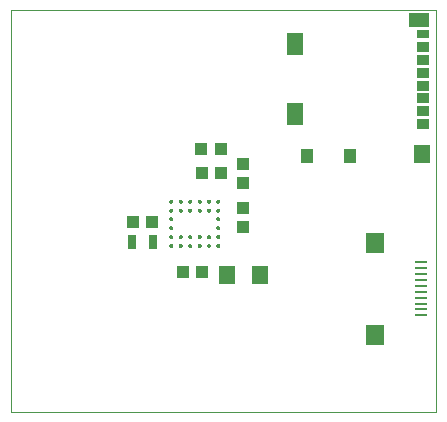
<source format=gbr>
%TF.GenerationSoftware,KiCad,Pcbnew,(5.1.4)-1*%
%TF.CreationDate,2019-10-25T20:45:33-07:00*%
%TF.ProjectId,base,62617365-2e6b-4696-9361-645f70636258,rev?*%
%TF.SameCoordinates,Original*%
%TF.FileFunction,Paste,Bot*%
%TF.FilePolarity,Positive*%
%FSLAX46Y46*%
G04 Gerber Fmt 4.6, Leading zero omitted, Abs format (unit mm)*
G04 Created by KiCad (PCBNEW (5.1.4)-1) date 2019-10-25 20:45:33*
%MOMM*%
%LPD*%
G04 APERTURE LIST*
%ADD10C,0.050000*%
%ADD11R,1.500000X1.700000*%
%ADD12R,1.100000X0.250000*%
%ADD13R,1.000000X1.000000*%
%ADD14R,1.100000X1.000000*%
%ADD15C,0.100000*%
%ADD16C,0.340000*%
%ADD17R,1.400000X1.600000*%
%ADD18R,0.800000X1.200000*%
%ADD19R,1.000000X1.200000*%
%ADD20R,1.350000X1.900000*%
%ADD21R,1.800000X1.170000*%
%ADD22R,1.100000X0.750000*%
%ADD23R,1.100000X0.850000*%
%ADD24R,1.350000X1.550000*%
G04 APERTURE END LIST*
D10*
X166500000Y-93500000D02*
X130500000Y-93500000D01*
X130500000Y-93500000D02*
X130500000Y-127500000D01*
X166500000Y-127500000D02*
X166500000Y-93500000D01*
X130500000Y-127500000D02*
X166500000Y-127500000D01*
D11*
X161350000Y-113200000D03*
X161350000Y-121000000D03*
D12*
X165250000Y-114850000D03*
X165250000Y-115350000D03*
X165250000Y-115850000D03*
X165250000Y-116350000D03*
X165250000Y-116850000D03*
X165250000Y-117350000D03*
X165250000Y-117850000D03*
X165250000Y-118350000D03*
X165250000Y-118850000D03*
X165250000Y-119350000D03*
D13*
X140821400Y-111428900D03*
X142421400Y-111428900D03*
D14*
X146625100Y-105270400D03*
X148325100Y-105270400D03*
D15*
G36*
X144887764Y-112552218D02*
G01*
X144904266Y-112554666D01*
X144920449Y-112558719D01*
X144936157Y-112564339D01*
X144951238Y-112571472D01*
X144965548Y-112580049D01*
X144978948Y-112589987D01*
X144991309Y-112601191D01*
X145002513Y-112613552D01*
X145012451Y-112626952D01*
X145021028Y-112641262D01*
X145028161Y-112656343D01*
X145033781Y-112672051D01*
X145037834Y-112688234D01*
X145040282Y-112704736D01*
X145041101Y-112721399D01*
X145041101Y-112721401D01*
X145040282Y-112738064D01*
X145037834Y-112754566D01*
X145033781Y-112770749D01*
X145028161Y-112786457D01*
X145021028Y-112801538D01*
X145012451Y-112815848D01*
X145002513Y-112829248D01*
X144991309Y-112841609D01*
X144978948Y-112852813D01*
X144965548Y-112862751D01*
X144951238Y-112871328D01*
X144936157Y-112878461D01*
X144920449Y-112884081D01*
X144904266Y-112888134D01*
X144887764Y-112890582D01*
X144871101Y-112891401D01*
X144871099Y-112891401D01*
X144854436Y-112890582D01*
X144837934Y-112888134D01*
X144821751Y-112884081D01*
X144806043Y-112878461D01*
X144790962Y-112871328D01*
X144776652Y-112862751D01*
X144763252Y-112852813D01*
X144750891Y-112841609D01*
X144739687Y-112829248D01*
X144729749Y-112815848D01*
X144721172Y-112801538D01*
X144714039Y-112786457D01*
X144708419Y-112770749D01*
X144704366Y-112754566D01*
X144701918Y-112738064D01*
X144701099Y-112721401D01*
X144701099Y-112721399D01*
X144701918Y-112704736D01*
X144704366Y-112688234D01*
X144708419Y-112672051D01*
X144714039Y-112656343D01*
X144721172Y-112641262D01*
X144729749Y-112626952D01*
X144739687Y-112613552D01*
X144750891Y-112601191D01*
X144763252Y-112589987D01*
X144776652Y-112580049D01*
X144790962Y-112571472D01*
X144806043Y-112564339D01*
X144821751Y-112558719D01*
X144837934Y-112554666D01*
X144854436Y-112552218D01*
X144871099Y-112551399D01*
X144871101Y-112551399D01*
X144887764Y-112552218D01*
X144887764Y-112552218D01*
G37*
D16*
X144871100Y-112721400D03*
D15*
G36*
X145687764Y-112552218D02*
G01*
X145704266Y-112554666D01*
X145720449Y-112558719D01*
X145736157Y-112564339D01*
X145751238Y-112571472D01*
X145765548Y-112580049D01*
X145778948Y-112589987D01*
X145791309Y-112601191D01*
X145802513Y-112613552D01*
X145812451Y-112626952D01*
X145821028Y-112641262D01*
X145828161Y-112656343D01*
X145833781Y-112672051D01*
X145837834Y-112688234D01*
X145840282Y-112704736D01*
X145841101Y-112721399D01*
X145841101Y-112721401D01*
X145840282Y-112738064D01*
X145837834Y-112754566D01*
X145833781Y-112770749D01*
X145828161Y-112786457D01*
X145821028Y-112801538D01*
X145812451Y-112815848D01*
X145802513Y-112829248D01*
X145791309Y-112841609D01*
X145778948Y-112852813D01*
X145765548Y-112862751D01*
X145751238Y-112871328D01*
X145736157Y-112878461D01*
X145720449Y-112884081D01*
X145704266Y-112888134D01*
X145687764Y-112890582D01*
X145671101Y-112891401D01*
X145671099Y-112891401D01*
X145654436Y-112890582D01*
X145637934Y-112888134D01*
X145621751Y-112884081D01*
X145606043Y-112878461D01*
X145590962Y-112871328D01*
X145576652Y-112862751D01*
X145563252Y-112852813D01*
X145550891Y-112841609D01*
X145539687Y-112829248D01*
X145529749Y-112815848D01*
X145521172Y-112801538D01*
X145514039Y-112786457D01*
X145508419Y-112770749D01*
X145504366Y-112754566D01*
X145501918Y-112738064D01*
X145501099Y-112721401D01*
X145501099Y-112721399D01*
X145501918Y-112704736D01*
X145504366Y-112688234D01*
X145508419Y-112672051D01*
X145514039Y-112656343D01*
X145521172Y-112641262D01*
X145529749Y-112626952D01*
X145539687Y-112613552D01*
X145550891Y-112601191D01*
X145563252Y-112589987D01*
X145576652Y-112580049D01*
X145590962Y-112571472D01*
X145606043Y-112564339D01*
X145621751Y-112558719D01*
X145637934Y-112554666D01*
X145654436Y-112552218D01*
X145671099Y-112551399D01*
X145671101Y-112551399D01*
X145687764Y-112552218D01*
X145687764Y-112552218D01*
G37*
D16*
X145671100Y-112721400D03*
D15*
G36*
X146487764Y-112552218D02*
G01*
X146504266Y-112554666D01*
X146520449Y-112558719D01*
X146536157Y-112564339D01*
X146551238Y-112571472D01*
X146565548Y-112580049D01*
X146578948Y-112589987D01*
X146591309Y-112601191D01*
X146602513Y-112613552D01*
X146612451Y-112626952D01*
X146621028Y-112641262D01*
X146628161Y-112656343D01*
X146633781Y-112672051D01*
X146637834Y-112688234D01*
X146640282Y-112704736D01*
X146641101Y-112721399D01*
X146641101Y-112721401D01*
X146640282Y-112738064D01*
X146637834Y-112754566D01*
X146633781Y-112770749D01*
X146628161Y-112786457D01*
X146621028Y-112801538D01*
X146612451Y-112815848D01*
X146602513Y-112829248D01*
X146591309Y-112841609D01*
X146578948Y-112852813D01*
X146565548Y-112862751D01*
X146551238Y-112871328D01*
X146536157Y-112878461D01*
X146520449Y-112884081D01*
X146504266Y-112888134D01*
X146487764Y-112890582D01*
X146471101Y-112891401D01*
X146471099Y-112891401D01*
X146454436Y-112890582D01*
X146437934Y-112888134D01*
X146421751Y-112884081D01*
X146406043Y-112878461D01*
X146390962Y-112871328D01*
X146376652Y-112862751D01*
X146363252Y-112852813D01*
X146350891Y-112841609D01*
X146339687Y-112829248D01*
X146329749Y-112815848D01*
X146321172Y-112801538D01*
X146314039Y-112786457D01*
X146308419Y-112770749D01*
X146304366Y-112754566D01*
X146301918Y-112738064D01*
X146301099Y-112721401D01*
X146301099Y-112721399D01*
X146301918Y-112704736D01*
X146304366Y-112688234D01*
X146308419Y-112672051D01*
X146314039Y-112656343D01*
X146321172Y-112641262D01*
X146329749Y-112626952D01*
X146339687Y-112613552D01*
X146350891Y-112601191D01*
X146363252Y-112589987D01*
X146376652Y-112580049D01*
X146390962Y-112571472D01*
X146406043Y-112564339D01*
X146421751Y-112558719D01*
X146437934Y-112554666D01*
X146454436Y-112552218D01*
X146471099Y-112551399D01*
X146471101Y-112551399D01*
X146487764Y-112552218D01*
X146487764Y-112552218D01*
G37*
D16*
X146471100Y-112721400D03*
D15*
G36*
X147287764Y-112552218D02*
G01*
X147304266Y-112554666D01*
X147320449Y-112558719D01*
X147336157Y-112564339D01*
X147351238Y-112571472D01*
X147365548Y-112580049D01*
X147378948Y-112589987D01*
X147391309Y-112601191D01*
X147402513Y-112613552D01*
X147412451Y-112626952D01*
X147421028Y-112641262D01*
X147428161Y-112656343D01*
X147433781Y-112672051D01*
X147437834Y-112688234D01*
X147440282Y-112704736D01*
X147441101Y-112721399D01*
X147441101Y-112721401D01*
X147440282Y-112738064D01*
X147437834Y-112754566D01*
X147433781Y-112770749D01*
X147428161Y-112786457D01*
X147421028Y-112801538D01*
X147412451Y-112815848D01*
X147402513Y-112829248D01*
X147391309Y-112841609D01*
X147378948Y-112852813D01*
X147365548Y-112862751D01*
X147351238Y-112871328D01*
X147336157Y-112878461D01*
X147320449Y-112884081D01*
X147304266Y-112888134D01*
X147287764Y-112890582D01*
X147271101Y-112891401D01*
X147271099Y-112891401D01*
X147254436Y-112890582D01*
X147237934Y-112888134D01*
X147221751Y-112884081D01*
X147206043Y-112878461D01*
X147190962Y-112871328D01*
X147176652Y-112862751D01*
X147163252Y-112852813D01*
X147150891Y-112841609D01*
X147139687Y-112829248D01*
X147129749Y-112815848D01*
X147121172Y-112801538D01*
X147114039Y-112786457D01*
X147108419Y-112770749D01*
X147104366Y-112754566D01*
X147101918Y-112738064D01*
X147101099Y-112721401D01*
X147101099Y-112721399D01*
X147101918Y-112704736D01*
X147104366Y-112688234D01*
X147108419Y-112672051D01*
X147114039Y-112656343D01*
X147121172Y-112641262D01*
X147129749Y-112626952D01*
X147139687Y-112613552D01*
X147150891Y-112601191D01*
X147163252Y-112589987D01*
X147176652Y-112580049D01*
X147190962Y-112571472D01*
X147206043Y-112564339D01*
X147221751Y-112558719D01*
X147237934Y-112554666D01*
X147254436Y-112552218D01*
X147271099Y-112551399D01*
X147271101Y-112551399D01*
X147287764Y-112552218D01*
X147287764Y-112552218D01*
G37*
D16*
X147271100Y-112721400D03*
D15*
G36*
X144087764Y-113302218D02*
G01*
X144104266Y-113304666D01*
X144120449Y-113308719D01*
X144136157Y-113314339D01*
X144151238Y-113321472D01*
X144165548Y-113330049D01*
X144178948Y-113339987D01*
X144191309Y-113351191D01*
X144202513Y-113363552D01*
X144212451Y-113376952D01*
X144221028Y-113391262D01*
X144228161Y-113406343D01*
X144233781Y-113422051D01*
X144237834Y-113438234D01*
X144240282Y-113454736D01*
X144241101Y-113471399D01*
X144241101Y-113471401D01*
X144240282Y-113488064D01*
X144237834Y-113504566D01*
X144233781Y-113520749D01*
X144228161Y-113536457D01*
X144221028Y-113551538D01*
X144212451Y-113565848D01*
X144202513Y-113579248D01*
X144191309Y-113591609D01*
X144178948Y-113602813D01*
X144165548Y-113612751D01*
X144151238Y-113621328D01*
X144136157Y-113628461D01*
X144120449Y-113634081D01*
X144104266Y-113638134D01*
X144087764Y-113640582D01*
X144071101Y-113641401D01*
X144071099Y-113641401D01*
X144054436Y-113640582D01*
X144037934Y-113638134D01*
X144021751Y-113634081D01*
X144006043Y-113628461D01*
X143990962Y-113621328D01*
X143976652Y-113612751D01*
X143963252Y-113602813D01*
X143950891Y-113591609D01*
X143939687Y-113579248D01*
X143929749Y-113565848D01*
X143921172Y-113551538D01*
X143914039Y-113536457D01*
X143908419Y-113520749D01*
X143904366Y-113504566D01*
X143901918Y-113488064D01*
X143901099Y-113471401D01*
X143901099Y-113471399D01*
X143901918Y-113454736D01*
X143904366Y-113438234D01*
X143908419Y-113422051D01*
X143914039Y-113406343D01*
X143921172Y-113391262D01*
X143929749Y-113376952D01*
X143939687Y-113363552D01*
X143950891Y-113351191D01*
X143963252Y-113339987D01*
X143976652Y-113330049D01*
X143990962Y-113321472D01*
X144006043Y-113314339D01*
X144021751Y-113308719D01*
X144037934Y-113304666D01*
X144054436Y-113302218D01*
X144071099Y-113301399D01*
X144071101Y-113301399D01*
X144087764Y-113302218D01*
X144087764Y-113302218D01*
G37*
D16*
X144071100Y-113471400D03*
D15*
G36*
X144087764Y-112552218D02*
G01*
X144104266Y-112554666D01*
X144120449Y-112558719D01*
X144136157Y-112564339D01*
X144151238Y-112571472D01*
X144165548Y-112580049D01*
X144178948Y-112589987D01*
X144191309Y-112601191D01*
X144202513Y-112613552D01*
X144212451Y-112626952D01*
X144221028Y-112641262D01*
X144228161Y-112656343D01*
X144233781Y-112672051D01*
X144237834Y-112688234D01*
X144240282Y-112704736D01*
X144241101Y-112721399D01*
X144241101Y-112721401D01*
X144240282Y-112738064D01*
X144237834Y-112754566D01*
X144233781Y-112770749D01*
X144228161Y-112786457D01*
X144221028Y-112801538D01*
X144212451Y-112815848D01*
X144202513Y-112829248D01*
X144191309Y-112841609D01*
X144178948Y-112852813D01*
X144165548Y-112862751D01*
X144151238Y-112871328D01*
X144136157Y-112878461D01*
X144120449Y-112884081D01*
X144104266Y-112888134D01*
X144087764Y-112890582D01*
X144071101Y-112891401D01*
X144071099Y-112891401D01*
X144054436Y-112890582D01*
X144037934Y-112888134D01*
X144021751Y-112884081D01*
X144006043Y-112878461D01*
X143990962Y-112871328D01*
X143976652Y-112862751D01*
X143963252Y-112852813D01*
X143950891Y-112841609D01*
X143939687Y-112829248D01*
X143929749Y-112815848D01*
X143921172Y-112801538D01*
X143914039Y-112786457D01*
X143908419Y-112770749D01*
X143904366Y-112754566D01*
X143901918Y-112738064D01*
X143901099Y-112721401D01*
X143901099Y-112721399D01*
X143901918Y-112704736D01*
X143904366Y-112688234D01*
X143908419Y-112672051D01*
X143914039Y-112656343D01*
X143921172Y-112641262D01*
X143929749Y-112626952D01*
X143939687Y-112613552D01*
X143950891Y-112601191D01*
X143963252Y-112589987D01*
X143976652Y-112580049D01*
X143990962Y-112571472D01*
X144006043Y-112564339D01*
X144021751Y-112558719D01*
X144037934Y-112554666D01*
X144054436Y-112552218D01*
X144071099Y-112551399D01*
X144071101Y-112551399D01*
X144087764Y-112552218D01*
X144087764Y-112552218D01*
G37*
D16*
X144071100Y-112721400D03*
D15*
G36*
X144087764Y-111802218D02*
G01*
X144104266Y-111804666D01*
X144120449Y-111808719D01*
X144136157Y-111814339D01*
X144151238Y-111821472D01*
X144165548Y-111830049D01*
X144178948Y-111839987D01*
X144191309Y-111851191D01*
X144202513Y-111863552D01*
X144212451Y-111876952D01*
X144221028Y-111891262D01*
X144228161Y-111906343D01*
X144233781Y-111922051D01*
X144237834Y-111938234D01*
X144240282Y-111954736D01*
X144241101Y-111971399D01*
X144241101Y-111971401D01*
X144240282Y-111988064D01*
X144237834Y-112004566D01*
X144233781Y-112020749D01*
X144228161Y-112036457D01*
X144221028Y-112051538D01*
X144212451Y-112065848D01*
X144202513Y-112079248D01*
X144191309Y-112091609D01*
X144178948Y-112102813D01*
X144165548Y-112112751D01*
X144151238Y-112121328D01*
X144136157Y-112128461D01*
X144120449Y-112134081D01*
X144104266Y-112138134D01*
X144087764Y-112140582D01*
X144071101Y-112141401D01*
X144071099Y-112141401D01*
X144054436Y-112140582D01*
X144037934Y-112138134D01*
X144021751Y-112134081D01*
X144006043Y-112128461D01*
X143990962Y-112121328D01*
X143976652Y-112112751D01*
X143963252Y-112102813D01*
X143950891Y-112091609D01*
X143939687Y-112079248D01*
X143929749Y-112065848D01*
X143921172Y-112051538D01*
X143914039Y-112036457D01*
X143908419Y-112020749D01*
X143904366Y-112004566D01*
X143901918Y-111988064D01*
X143901099Y-111971401D01*
X143901099Y-111971399D01*
X143901918Y-111954736D01*
X143904366Y-111938234D01*
X143908419Y-111922051D01*
X143914039Y-111906343D01*
X143921172Y-111891262D01*
X143929749Y-111876952D01*
X143939687Y-111863552D01*
X143950891Y-111851191D01*
X143963252Y-111839987D01*
X143976652Y-111830049D01*
X143990962Y-111821472D01*
X144006043Y-111814339D01*
X144021751Y-111808719D01*
X144037934Y-111804666D01*
X144054436Y-111802218D01*
X144071099Y-111801399D01*
X144071101Y-111801399D01*
X144087764Y-111802218D01*
X144087764Y-111802218D01*
G37*
D16*
X144071100Y-111971400D03*
D15*
G36*
X144087764Y-111052218D02*
G01*
X144104266Y-111054666D01*
X144120449Y-111058719D01*
X144136157Y-111064339D01*
X144151238Y-111071472D01*
X144165548Y-111080049D01*
X144178948Y-111089987D01*
X144191309Y-111101191D01*
X144202513Y-111113552D01*
X144212451Y-111126952D01*
X144221028Y-111141262D01*
X144228161Y-111156343D01*
X144233781Y-111172051D01*
X144237834Y-111188234D01*
X144240282Y-111204736D01*
X144241101Y-111221399D01*
X144241101Y-111221401D01*
X144240282Y-111238064D01*
X144237834Y-111254566D01*
X144233781Y-111270749D01*
X144228161Y-111286457D01*
X144221028Y-111301538D01*
X144212451Y-111315848D01*
X144202513Y-111329248D01*
X144191309Y-111341609D01*
X144178948Y-111352813D01*
X144165548Y-111362751D01*
X144151238Y-111371328D01*
X144136157Y-111378461D01*
X144120449Y-111384081D01*
X144104266Y-111388134D01*
X144087764Y-111390582D01*
X144071101Y-111391401D01*
X144071099Y-111391401D01*
X144054436Y-111390582D01*
X144037934Y-111388134D01*
X144021751Y-111384081D01*
X144006043Y-111378461D01*
X143990962Y-111371328D01*
X143976652Y-111362751D01*
X143963252Y-111352813D01*
X143950891Y-111341609D01*
X143939687Y-111329248D01*
X143929749Y-111315848D01*
X143921172Y-111301538D01*
X143914039Y-111286457D01*
X143908419Y-111270749D01*
X143904366Y-111254566D01*
X143901918Y-111238064D01*
X143901099Y-111221401D01*
X143901099Y-111221399D01*
X143901918Y-111204736D01*
X143904366Y-111188234D01*
X143908419Y-111172051D01*
X143914039Y-111156343D01*
X143921172Y-111141262D01*
X143929749Y-111126952D01*
X143939687Y-111113552D01*
X143950891Y-111101191D01*
X143963252Y-111089987D01*
X143976652Y-111080049D01*
X143990962Y-111071472D01*
X144006043Y-111064339D01*
X144021751Y-111058719D01*
X144037934Y-111054666D01*
X144054436Y-111052218D01*
X144071099Y-111051399D01*
X144071101Y-111051399D01*
X144087764Y-111052218D01*
X144087764Y-111052218D01*
G37*
D16*
X144071100Y-111221400D03*
D15*
G36*
X144887764Y-113302218D02*
G01*
X144904266Y-113304666D01*
X144920449Y-113308719D01*
X144936157Y-113314339D01*
X144951238Y-113321472D01*
X144965548Y-113330049D01*
X144978948Y-113339987D01*
X144991309Y-113351191D01*
X145002513Y-113363552D01*
X145012451Y-113376952D01*
X145021028Y-113391262D01*
X145028161Y-113406343D01*
X145033781Y-113422051D01*
X145037834Y-113438234D01*
X145040282Y-113454736D01*
X145041101Y-113471399D01*
X145041101Y-113471401D01*
X145040282Y-113488064D01*
X145037834Y-113504566D01*
X145033781Y-113520749D01*
X145028161Y-113536457D01*
X145021028Y-113551538D01*
X145012451Y-113565848D01*
X145002513Y-113579248D01*
X144991309Y-113591609D01*
X144978948Y-113602813D01*
X144965548Y-113612751D01*
X144951238Y-113621328D01*
X144936157Y-113628461D01*
X144920449Y-113634081D01*
X144904266Y-113638134D01*
X144887764Y-113640582D01*
X144871101Y-113641401D01*
X144871099Y-113641401D01*
X144854436Y-113640582D01*
X144837934Y-113638134D01*
X144821751Y-113634081D01*
X144806043Y-113628461D01*
X144790962Y-113621328D01*
X144776652Y-113612751D01*
X144763252Y-113602813D01*
X144750891Y-113591609D01*
X144739687Y-113579248D01*
X144729749Y-113565848D01*
X144721172Y-113551538D01*
X144714039Y-113536457D01*
X144708419Y-113520749D01*
X144704366Y-113504566D01*
X144701918Y-113488064D01*
X144701099Y-113471401D01*
X144701099Y-113471399D01*
X144701918Y-113454736D01*
X144704366Y-113438234D01*
X144708419Y-113422051D01*
X144714039Y-113406343D01*
X144721172Y-113391262D01*
X144729749Y-113376952D01*
X144739687Y-113363552D01*
X144750891Y-113351191D01*
X144763252Y-113339987D01*
X144776652Y-113330049D01*
X144790962Y-113321472D01*
X144806043Y-113314339D01*
X144821751Y-113308719D01*
X144837934Y-113304666D01*
X144854436Y-113302218D01*
X144871099Y-113301399D01*
X144871101Y-113301399D01*
X144887764Y-113302218D01*
X144887764Y-113302218D01*
G37*
D16*
X144871100Y-113471400D03*
D15*
G36*
X145687764Y-113302218D02*
G01*
X145704266Y-113304666D01*
X145720449Y-113308719D01*
X145736157Y-113314339D01*
X145751238Y-113321472D01*
X145765548Y-113330049D01*
X145778948Y-113339987D01*
X145791309Y-113351191D01*
X145802513Y-113363552D01*
X145812451Y-113376952D01*
X145821028Y-113391262D01*
X145828161Y-113406343D01*
X145833781Y-113422051D01*
X145837834Y-113438234D01*
X145840282Y-113454736D01*
X145841101Y-113471399D01*
X145841101Y-113471401D01*
X145840282Y-113488064D01*
X145837834Y-113504566D01*
X145833781Y-113520749D01*
X145828161Y-113536457D01*
X145821028Y-113551538D01*
X145812451Y-113565848D01*
X145802513Y-113579248D01*
X145791309Y-113591609D01*
X145778948Y-113602813D01*
X145765548Y-113612751D01*
X145751238Y-113621328D01*
X145736157Y-113628461D01*
X145720449Y-113634081D01*
X145704266Y-113638134D01*
X145687764Y-113640582D01*
X145671101Y-113641401D01*
X145671099Y-113641401D01*
X145654436Y-113640582D01*
X145637934Y-113638134D01*
X145621751Y-113634081D01*
X145606043Y-113628461D01*
X145590962Y-113621328D01*
X145576652Y-113612751D01*
X145563252Y-113602813D01*
X145550891Y-113591609D01*
X145539687Y-113579248D01*
X145529749Y-113565848D01*
X145521172Y-113551538D01*
X145514039Y-113536457D01*
X145508419Y-113520749D01*
X145504366Y-113504566D01*
X145501918Y-113488064D01*
X145501099Y-113471401D01*
X145501099Y-113471399D01*
X145501918Y-113454736D01*
X145504366Y-113438234D01*
X145508419Y-113422051D01*
X145514039Y-113406343D01*
X145521172Y-113391262D01*
X145529749Y-113376952D01*
X145539687Y-113363552D01*
X145550891Y-113351191D01*
X145563252Y-113339987D01*
X145576652Y-113330049D01*
X145590962Y-113321472D01*
X145606043Y-113314339D01*
X145621751Y-113308719D01*
X145637934Y-113304666D01*
X145654436Y-113302218D01*
X145671099Y-113301399D01*
X145671101Y-113301399D01*
X145687764Y-113302218D01*
X145687764Y-113302218D01*
G37*
D16*
X145671100Y-113471400D03*
D15*
G36*
X146487764Y-113302218D02*
G01*
X146504266Y-113304666D01*
X146520449Y-113308719D01*
X146536157Y-113314339D01*
X146551238Y-113321472D01*
X146565548Y-113330049D01*
X146578948Y-113339987D01*
X146591309Y-113351191D01*
X146602513Y-113363552D01*
X146612451Y-113376952D01*
X146621028Y-113391262D01*
X146628161Y-113406343D01*
X146633781Y-113422051D01*
X146637834Y-113438234D01*
X146640282Y-113454736D01*
X146641101Y-113471399D01*
X146641101Y-113471401D01*
X146640282Y-113488064D01*
X146637834Y-113504566D01*
X146633781Y-113520749D01*
X146628161Y-113536457D01*
X146621028Y-113551538D01*
X146612451Y-113565848D01*
X146602513Y-113579248D01*
X146591309Y-113591609D01*
X146578948Y-113602813D01*
X146565548Y-113612751D01*
X146551238Y-113621328D01*
X146536157Y-113628461D01*
X146520449Y-113634081D01*
X146504266Y-113638134D01*
X146487764Y-113640582D01*
X146471101Y-113641401D01*
X146471099Y-113641401D01*
X146454436Y-113640582D01*
X146437934Y-113638134D01*
X146421751Y-113634081D01*
X146406043Y-113628461D01*
X146390962Y-113621328D01*
X146376652Y-113612751D01*
X146363252Y-113602813D01*
X146350891Y-113591609D01*
X146339687Y-113579248D01*
X146329749Y-113565848D01*
X146321172Y-113551538D01*
X146314039Y-113536457D01*
X146308419Y-113520749D01*
X146304366Y-113504566D01*
X146301918Y-113488064D01*
X146301099Y-113471401D01*
X146301099Y-113471399D01*
X146301918Y-113454736D01*
X146304366Y-113438234D01*
X146308419Y-113422051D01*
X146314039Y-113406343D01*
X146321172Y-113391262D01*
X146329749Y-113376952D01*
X146339687Y-113363552D01*
X146350891Y-113351191D01*
X146363252Y-113339987D01*
X146376652Y-113330049D01*
X146390962Y-113321472D01*
X146406043Y-113314339D01*
X146421751Y-113308719D01*
X146437934Y-113304666D01*
X146454436Y-113302218D01*
X146471099Y-113301399D01*
X146471101Y-113301399D01*
X146487764Y-113302218D01*
X146487764Y-113302218D01*
G37*
D16*
X146471100Y-113471400D03*
D15*
G36*
X147287764Y-113302218D02*
G01*
X147304266Y-113304666D01*
X147320449Y-113308719D01*
X147336157Y-113314339D01*
X147351238Y-113321472D01*
X147365548Y-113330049D01*
X147378948Y-113339987D01*
X147391309Y-113351191D01*
X147402513Y-113363552D01*
X147412451Y-113376952D01*
X147421028Y-113391262D01*
X147428161Y-113406343D01*
X147433781Y-113422051D01*
X147437834Y-113438234D01*
X147440282Y-113454736D01*
X147441101Y-113471399D01*
X147441101Y-113471401D01*
X147440282Y-113488064D01*
X147437834Y-113504566D01*
X147433781Y-113520749D01*
X147428161Y-113536457D01*
X147421028Y-113551538D01*
X147412451Y-113565848D01*
X147402513Y-113579248D01*
X147391309Y-113591609D01*
X147378948Y-113602813D01*
X147365548Y-113612751D01*
X147351238Y-113621328D01*
X147336157Y-113628461D01*
X147320449Y-113634081D01*
X147304266Y-113638134D01*
X147287764Y-113640582D01*
X147271101Y-113641401D01*
X147271099Y-113641401D01*
X147254436Y-113640582D01*
X147237934Y-113638134D01*
X147221751Y-113634081D01*
X147206043Y-113628461D01*
X147190962Y-113621328D01*
X147176652Y-113612751D01*
X147163252Y-113602813D01*
X147150891Y-113591609D01*
X147139687Y-113579248D01*
X147129749Y-113565848D01*
X147121172Y-113551538D01*
X147114039Y-113536457D01*
X147108419Y-113520749D01*
X147104366Y-113504566D01*
X147101918Y-113488064D01*
X147101099Y-113471401D01*
X147101099Y-113471399D01*
X147101918Y-113454736D01*
X147104366Y-113438234D01*
X147108419Y-113422051D01*
X147114039Y-113406343D01*
X147121172Y-113391262D01*
X147129749Y-113376952D01*
X147139687Y-113363552D01*
X147150891Y-113351191D01*
X147163252Y-113339987D01*
X147176652Y-113330049D01*
X147190962Y-113321472D01*
X147206043Y-113314339D01*
X147221751Y-113308719D01*
X147237934Y-113304666D01*
X147254436Y-113302218D01*
X147271099Y-113301399D01*
X147271101Y-113301399D01*
X147287764Y-113302218D01*
X147287764Y-113302218D01*
G37*
D16*
X147271100Y-113471400D03*
D15*
G36*
X148087764Y-111802218D02*
G01*
X148104266Y-111804666D01*
X148120449Y-111808719D01*
X148136157Y-111814339D01*
X148151238Y-111821472D01*
X148165548Y-111830049D01*
X148178948Y-111839987D01*
X148191309Y-111851191D01*
X148202513Y-111863552D01*
X148212451Y-111876952D01*
X148221028Y-111891262D01*
X148228161Y-111906343D01*
X148233781Y-111922051D01*
X148237834Y-111938234D01*
X148240282Y-111954736D01*
X148241101Y-111971399D01*
X148241101Y-111971401D01*
X148240282Y-111988064D01*
X148237834Y-112004566D01*
X148233781Y-112020749D01*
X148228161Y-112036457D01*
X148221028Y-112051538D01*
X148212451Y-112065848D01*
X148202513Y-112079248D01*
X148191309Y-112091609D01*
X148178948Y-112102813D01*
X148165548Y-112112751D01*
X148151238Y-112121328D01*
X148136157Y-112128461D01*
X148120449Y-112134081D01*
X148104266Y-112138134D01*
X148087764Y-112140582D01*
X148071101Y-112141401D01*
X148071099Y-112141401D01*
X148054436Y-112140582D01*
X148037934Y-112138134D01*
X148021751Y-112134081D01*
X148006043Y-112128461D01*
X147990962Y-112121328D01*
X147976652Y-112112751D01*
X147963252Y-112102813D01*
X147950891Y-112091609D01*
X147939687Y-112079248D01*
X147929749Y-112065848D01*
X147921172Y-112051538D01*
X147914039Y-112036457D01*
X147908419Y-112020749D01*
X147904366Y-112004566D01*
X147901918Y-111988064D01*
X147901099Y-111971401D01*
X147901099Y-111971399D01*
X147901918Y-111954736D01*
X147904366Y-111938234D01*
X147908419Y-111922051D01*
X147914039Y-111906343D01*
X147921172Y-111891262D01*
X147929749Y-111876952D01*
X147939687Y-111863552D01*
X147950891Y-111851191D01*
X147963252Y-111839987D01*
X147976652Y-111830049D01*
X147990962Y-111821472D01*
X148006043Y-111814339D01*
X148021751Y-111808719D01*
X148037934Y-111804666D01*
X148054436Y-111802218D01*
X148071099Y-111801399D01*
X148071101Y-111801399D01*
X148087764Y-111802218D01*
X148087764Y-111802218D01*
G37*
D16*
X148071100Y-111971400D03*
D15*
G36*
X148087764Y-113302218D02*
G01*
X148104266Y-113304666D01*
X148120449Y-113308719D01*
X148136157Y-113314339D01*
X148151238Y-113321472D01*
X148165548Y-113330049D01*
X148178948Y-113339987D01*
X148191309Y-113351191D01*
X148202513Y-113363552D01*
X148212451Y-113376952D01*
X148221028Y-113391262D01*
X148228161Y-113406343D01*
X148233781Y-113422051D01*
X148237834Y-113438234D01*
X148240282Y-113454736D01*
X148241101Y-113471399D01*
X148241101Y-113471401D01*
X148240282Y-113488064D01*
X148237834Y-113504566D01*
X148233781Y-113520749D01*
X148228161Y-113536457D01*
X148221028Y-113551538D01*
X148212451Y-113565848D01*
X148202513Y-113579248D01*
X148191309Y-113591609D01*
X148178948Y-113602813D01*
X148165548Y-113612751D01*
X148151238Y-113621328D01*
X148136157Y-113628461D01*
X148120449Y-113634081D01*
X148104266Y-113638134D01*
X148087764Y-113640582D01*
X148071101Y-113641401D01*
X148071099Y-113641401D01*
X148054436Y-113640582D01*
X148037934Y-113638134D01*
X148021751Y-113634081D01*
X148006043Y-113628461D01*
X147990962Y-113621328D01*
X147976652Y-113612751D01*
X147963252Y-113602813D01*
X147950891Y-113591609D01*
X147939687Y-113579248D01*
X147929749Y-113565848D01*
X147921172Y-113551538D01*
X147914039Y-113536457D01*
X147908419Y-113520749D01*
X147904366Y-113504566D01*
X147901918Y-113488064D01*
X147901099Y-113471401D01*
X147901099Y-113471399D01*
X147901918Y-113454736D01*
X147904366Y-113438234D01*
X147908419Y-113422051D01*
X147914039Y-113406343D01*
X147921172Y-113391262D01*
X147929749Y-113376952D01*
X147939687Y-113363552D01*
X147950891Y-113351191D01*
X147963252Y-113339987D01*
X147976652Y-113330049D01*
X147990962Y-113321472D01*
X148006043Y-113314339D01*
X148021751Y-113308719D01*
X148037934Y-113304666D01*
X148054436Y-113302218D01*
X148071099Y-113301399D01*
X148071101Y-113301399D01*
X148087764Y-113302218D01*
X148087764Y-113302218D01*
G37*
D16*
X148071100Y-113471400D03*
D15*
G36*
X148087764Y-112552218D02*
G01*
X148104266Y-112554666D01*
X148120449Y-112558719D01*
X148136157Y-112564339D01*
X148151238Y-112571472D01*
X148165548Y-112580049D01*
X148178948Y-112589987D01*
X148191309Y-112601191D01*
X148202513Y-112613552D01*
X148212451Y-112626952D01*
X148221028Y-112641262D01*
X148228161Y-112656343D01*
X148233781Y-112672051D01*
X148237834Y-112688234D01*
X148240282Y-112704736D01*
X148241101Y-112721399D01*
X148241101Y-112721401D01*
X148240282Y-112738064D01*
X148237834Y-112754566D01*
X148233781Y-112770749D01*
X148228161Y-112786457D01*
X148221028Y-112801538D01*
X148212451Y-112815848D01*
X148202513Y-112829248D01*
X148191309Y-112841609D01*
X148178948Y-112852813D01*
X148165548Y-112862751D01*
X148151238Y-112871328D01*
X148136157Y-112878461D01*
X148120449Y-112884081D01*
X148104266Y-112888134D01*
X148087764Y-112890582D01*
X148071101Y-112891401D01*
X148071099Y-112891401D01*
X148054436Y-112890582D01*
X148037934Y-112888134D01*
X148021751Y-112884081D01*
X148006043Y-112878461D01*
X147990962Y-112871328D01*
X147976652Y-112862751D01*
X147963252Y-112852813D01*
X147950891Y-112841609D01*
X147939687Y-112829248D01*
X147929749Y-112815848D01*
X147921172Y-112801538D01*
X147914039Y-112786457D01*
X147908419Y-112770749D01*
X147904366Y-112754566D01*
X147901918Y-112738064D01*
X147901099Y-112721401D01*
X147901099Y-112721399D01*
X147901918Y-112704736D01*
X147904366Y-112688234D01*
X147908419Y-112672051D01*
X147914039Y-112656343D01*
X147921172Y-112641262D01*
X147929749Y-112626952D01*
X147939687Y-112613552D01*
X147950891Y-112601191D01*
X147963252Y-112589987D01*
X147976652Y-112580049D01*
X147990962Y-112571472D01*
X148006043Y-112564339D01*
X148021751Y-112558719D01*
X148037934Y-112554666D01*
X148054436Y-112552218D01*
X148071099Y-112551399D01*
X148071101Y-112551399D01*
X148087764Y-112552218D01*
X148087764Y-112552218D01*
G37*
D16*
X148071100Y-112721400D03*
D15*
G36*
X148087764Y-111052218D02*
G01*
X148104266Y-111054666D01*
X148120449Y-111058719D01*
X148136157Y-111064339D01*
X148151238Y-111071472D01*
X148165548Y-111080049D01*
X148178948Y-111089987D01*
X148191309Y-111101191D01*
X148202513Y-111113552D01*
X148212451Y-111126952D01*
X148221028Y-111141262D01*
X148228161Y-111156343D01*
X148233781Y-111172051D01*
X148237834Y-111188234D01*
X148240282Y-111204736D01*
X148241101Y-111221399D01*
X148241101Y-111221401D01*
X148240282Y-111238064D01*
X148237834Y-111254566D01*
X148233781Y-111270749D01*
X148228161Y-111286457D01*
X148221028Y-111301538D01*
X148212451Y-111315848D01*
X148202513Y-111329248D01*
X148191309Y-111341609D01*
X148178948Y-111352813D01*
X148165548Y-111362751D01*
X148151238Y-111371328D01*
X148136157Y-111378461D01*
X148120449Y-111384081D01*
X148104266Y-111388134D01*
X148087764Y-111390582D01*
X148071101Y-111391401D01*
X148071099Y-111391401D01*
X148054436Y-111390582D01*
X148037934Y-111388134D01*
X148021751Y-111384081D01*
X148006043Y-111378461D01*
X147990962Y-111371328D01*
X147976652Y-111362751D01*
X147963252Y-111352813D01*
X147950891Y-111341609D01*
X147939687Y-111329248D01*
X147929749Y-111315848D01*
X147921172Y-111301538D01*
X147914039Y-111286457D01*
X147908419Y-111270749D01*
X147904366Y-111254566D01*
X147901918Y-111238064D01*
X147901099Y-111221401D01*
X147901099Y-111221399D01*
X147901918Y-111204736D01*
X147904366Y-111188234D01*
X147908419Y-111172051D01*
X147914039Y-111156343D01*
X147921172Y-111141262D01*
X147929749Y-111126952D01*
X147939687Y-111113552D01*
X147950891Y-111101191D01*
X147963252Y-111089987D01*
X147976652Y-111080049D01*
X147990962Y-111071472D01*
X148006043Y-111064339D01*
X148021751Y-111058719D01*
X148037934Y-111054666D01*
X148054436Y-111052218D01*
X148071099Y-111051399D01*
X148071101Y-111051399D01*
X148087764Y-111052218D01*
X148087764Y-111052218D01*
G37*
D16*
X148071100Y-111221400D03*
D15*
G36*
X144087764Y-110302218D02*
G01*
X144104266Y-110304666D01*
X144120449Y-110308719D01*
X144136157Y-110314339D01*
X144151238Y-110321472D01*
X144165548Y-110330049D01*
X144178948Y-110339987D01*
X144191309Y-110351191D01*
X144202513Y-110363552D01*
X144212451Y-110376952D01*
X144221028Y-110391262D01*
X144228161Y-110406343D01*
X144233781Y-110422051D01*
X144237834Y-110438234D01*
X144240282Y-110454736D01*
X144241101Y-110471399D01*
X144241101Y-110471401D01*
X144240282Y-110488064D01*
X144237834Y-110504566D01*
X144233781Y-110520749D01*
X144228161Y-110536457D01*
X144221028Y-110551538D01*
X144212451Y-110565848D01*
X144202513Y-110579248D01*
X144191309Y-110591609D01*
X144178948Y-110602813D01*
X144165548Y-110612751D01*
X144151238Y-110621328D01*
X144136157Y-110628461D01*
X144120449Y-110634081D01*
X144104266Y-110638134D01*
X144087764Y-110640582D01*
X144071101Y-110641401D01*
X144071099Y-110641401D01*
X144054436Y-110640582D01*
X144037934Y-110638134D01*
X144021751Y-110634081D01*
X144006043Y-110628461D01*
X143990962Y-110621328D01*
X143976652Y-110612751D01*
X143963252Y-110602813D01*
X143950891Y-110591609D01*
X143939687Y-110579248D01*
X143929749Y-110565848D01*
X143921172Y-110551538D01*
X143914039Y-110536457D01*
X143908419Y-110520749D01*
X143904366Y-110504566D01*
X143901918Y-110488064D01*
X143901099Y-110471401D01*
X143901099Y-110471399D01*
X143901918Y-110454736D01*
X143904366Y-110438234D01*
X143908419Y-110422051D01*
X143914039Y-110406343D01*
X143921172Y-110391262D01*
X143929749Y-110376952D01*
X143939687Y-110363552D01*
X143950891Y-110351191D01*
X143963252Y-110339987D01*
X143976652Y-110330049D01*
X143990962Y-110321472D01*
X144006043Y-110314339D01*
X144021751Y-110308719D01*
X144037934Y-110304666D01*
X144054436Y-110302218D01*
X144071099Y-110301399D01*
X144071101Y-110301399D01*
X144087764Y-110302218D01*
X144087764Y-110302218D01*
G37*
D16*
X144071100Y-110471400D03*
D15*
G36*
X144887764Y-110302218D02*
G01*
X144904266Y-110304666D01*
X144920449Y-110308719D01*
X144936157Y-110314339D01*
X144951238Y-110321472D01*
X144965548Y-110330049D01*
X144978948Y-110339987D01*
X144991309Y-110351191D01*
X145002513Y-110363552D01*
X145012451Y-110376952D01*
X145021028Y-110391262D01*
X145028161Y-110406343D01*
X145033781Y-110422051D01*
X145037834Y-110438234D01*
X145040282Y-110454736D01*
X145041101Y-110471399D01*
X145041101Y-110471401D01*
X145040282Y-110488064D01*
X145037834Y-110504566D01*
X145033781Y-110520749D01*
X145028161Y-110536457D01*
X145021028Y-110551538D01*
X145012451Y-110565848D01*
X145002513Y-110579248D01*
X144991309Y-110591609D01*
X144978948Y-110602813D01*
X144965548Y-110612751D01*
X144951238Y-110621328D01*
X144936157Y-110628461D01*
X144920449Y-110634081D01*
X144904266Y-110638134D01*
X144887764Y-110640582D01*
X144871101Y-110641401D01*
X144871099Y-110641401D01*
X144854436Y-110640582D01*
X144837934Y-110638134D01*
X144821751Y-110634081D01*
X144806043Y-110628461D01*
X144790962Y-110621328D01*
X144776652Y-110612751D01*
X144763252Y-110602813D01*
X144750891Y-110591609D01*
X144739687Y-110579248D01*
X144729749Y-110565848D01*
X144721172Y-110551538D01*
X144714039Y-110536457D01*
X144708419Y-110520749D01*
X144704366Y-110504566D01*
X144701918Y-110488064D01*
X144701099Y-110471401D01*
X144701099Y-110471399D01*
X144701918Y-110454736D01*
X144704366Y-110438234D01*
X144708419Y-110422051D01*
X144714039Y-110406343D01*
X144721172Y-110391262D01*
X144729749Y-110376952D01*
X144739687Y-110363552D01*
X144750891Y-110351191D01*
X144763252Y-110339987D01*
X144776652Y-110330049D01*
X144790962Y-110321472D01*
X144806043Y-110314339D01*
X144821751Y-110308719D01*
X144837934Y-110304666D01*
X144854436Y-110302218D01*
X144871099Y-110301399D01*
X144871101Y-110301399D01*
X144887764Y-110302218D01*
X144887764Y-110302218D01*
G37*
D16*
X144871100Y-110471400D03*
D15*
G36*
X145687764Y-110302218D02*
G01*
X145704266Y-110304666D01*
X145720449Y-110308719D01*
X145736157Y-110314339D01*
X145751238Y-110321472D01*
X145765548Y-110330049D01*
X145778948Y-110339987D01*
X145791309Y-110351191D01*
X145802513Y-110363552D01*
X145812451Y-110376952D01*
X145821028Y-110391262D01*
X145828161Y-110406343D01*
X145833781Y-110422051D01*
X145837834Y-110438234D01*
X145840282Y-110454736D01*
X145841101Y-110471399D01*
X145841101Y-110471401D01*
X145840282Y-110488064D01*
X145837834Y-110504566D01*
X145833781Y-110520749D01*
X145828161Y-110536457D01*
X145821028Y-110551538D01*
X145812451Y-110565848D01*
X145802513Y-110579248D01*
X145791309Y-110591609D01*
X145778948Y-110602813D01*
X145765548Y-110612751D01*
X145751238Y-110621328D01*
X145736157Y-110628461D01*
X145720449Y-110634081D01*
X145704266Y-110638134D01*
X145687764Y-110640582D01*
X145671101Y-110641401D01*
X145671099Y-110641401D01*
X145654436Y-110640582D01*
X145637934Y-110638134D01*
X145621751Y-110634081D01*
X145606043Y-110628461D01*
X145590962Y-110621328D01*
X145576652Y-110612751D01*
X145563252Y-110602813D01*
X145550891Y-110591609D01*
X145539687Y-110579248D01*
X145529749Y-110565848D01*
X145521172Y-110551538D01*
X145514039Y-110536457D01*
X145508419Y-110520749D01*
X145504366Y-110504566D01*
X145501918Y-110488064D01*
X145501099Y-110471401D01*
X145501099Y-110471399D01*
X145501918Y-110454736D01*
X145504366Y-110438234D01*
X145508419Y-110422051D01*
X145514039Y-110406343D01*
X145521172Y-110391262D01*
X145529749Y-110376952D01*
X145539687Y-110363552D01*
X145550891Y-110351191D01*
X145563252Y-110339987D01*
X145576652Y-110330049D01*
X145590962Y-110321472D01*
X145606043Y-110314339D01*
X145621751Y-110308719D01*
X145637934Y-110304666D01*
X145654436Y-110302218D01*
X145671099Y-110301399D01*
X145671101Y-110301399D01*
X145687764Y-110302218D01*
X145687764Y-110302218D01*
G37*
D16*
X145671100Y-110471400D03*
D15*
G36*
X146487764Y-110302218D02*
G01*
X146504266Y-110304666D01*
X146520449Y-110308719D01*
X146536157Y-110314339D01*
X146551238Y-110321472D01*
X146565548Y-110330049D01*
X146578948Y-110339987D01*
X146591309Y-110351191D01*
X146602513Y-110363552D01*
X146612451Y-110376952D01*
X146621028Y-110391262D01*
X146628161Y-110406343D01*
X146633781Y-110422051D01*
X146637834Y-110438234D01*
X146640282Y-110454736D01*
X146641101Y-110471399D01*
X146641101Y-110471401D01*
X146640282Y-110488064D01*
X146637834Y-110504566D01*
X146633781Y-110520749D01*
X146628161Y-110536457D01*
X146621028Y-110551538D01*
X146612451Y-110565848D01*
X146602513Y-110579248D01*
X146591309Y-110591609D01*
X146578948Y-110602813D01*
X146565548Y-110612751D01*
X146551238Y-110621328D01*
X146536157Y-110628461D01*
X146520449Y-110634081D01*
X146504266Y-110638134D01*
X146487764Y-110640582D01*
X146471101Y-110641401D01*
X146471099Y-110641401D01*
X146454436Y-110640582D01*
X146437934Y-110638134D01*
X146421751Y-110634081D01*
X146406043Y-110628461D01*
X146390962Y-110621328D01*
X146376652Y-110612751D01*
X146363252Y-110602813D01*
X146350891Y-110591609D01*
X146339687Y-110579248D01*
X146329749Y-110565848D01*
X146321172Y-110551538D01*
X146314039Y-110536457D01*
X146308419Y-110520749D01*
X146304366Y-110504566D01*
X146301918Y-110488064D01*
X146301099Y-110471401D01*
X146301099Y-110471399D01*
X146301918Y-110454736D01*
X146304366Y-110438234D01*
X146308419Y-110422051D01*
X146314039Y-110406343D01*
X146321172Y-110391262D01*
X146329749Y-110376952D01*
X146339687Y-110363552D01*
X146350891Y-110351191D01*
X146363252Y-110339987D01*
X146376652Y-110330049D01*
X146390962Y-110321472D01*
X146406043Y-110314339D01*
X146421751Y-110308719D01*
X146437934Y-110304666D01*
X146454436Y-110302218D01*
X146471099Y-110301399D01*
X146471101Y-110301399D01*
X146487764Y-110302218D01*
X146487764Y-110302218D01*
G37*
D16*
X146471100Y-110471400D03*
D15*
G36*
X147287764Y-110302218D02*
G01*
X147304266Y-110304666D01*
X147320449Y-110308719D01*
X147336157Y-110314339D01*
X147351238Y-110321472D01*
X147365548Y-110330049D01*
X147378948Y-110339987D01*
X147391309Y-110351191D01*
X147402513Y-110363552D01*
X147412451Y-110376952D01*
X147421028Y-110391262D01*
X147428161Y-110406343D01*
X147433781Y-110422051D01*
X147437834Y-110438234D01*
X147440282Y-110454736D01*
X147441101Y-110471399D01*
X147441101Y-110471401D01*
X147440282Y-110488064D01*
X147437834Y-110504566D01*
X147433781Y-110520749D01*
X147428161Y-110536457D01*
X147421028Y-110551538D01*
X147412451Y-110565848D01*
X147402513Y-110579248D01*
X147391309Y-110591609D01*
X147378948Y-110602813D01*
X147365548Y-110612751D01*
X147351238Y-110621328D01*
X147336157Y-110628461D01*
X147320449Y-110634081D01*
X147304266Y-110638134D01*
X147287764Y-110640582D01*
X147271101Y-110641401D01*
X147271099Y-110641401D01*
X147254436Y-110640582D01*
X147237934Y-110638134D01*
X147221751Y-110634081D01*
X147206043Y-110628461D01*
X147190962Y-110621328D01*
X147176652Y-110612751D01*
X147163252Y-110602813D01*
X147150891Y-110591609D01*
X147139687Y-110579248D01*
X147129749Y-110565848D01*
X147121172Y-110551538D01*
X147114039Y-110536457D01*
X147108419Y-110520749D01*
X147104366Y-110504566D01*
X147101918Y-110488064D01*
X147101099Y-110471401D01*
X147101099Y-110471399D01*
X147101918Y-110454736D01*
X147104366Y-110438234D01*
X147108419Y-110422051D01*
X147114039Y-110406343D01*
X147121172Y-110391262D01*
X147129749Y-110376952D01*
X147139687Y-110363552D01*
X147150891Y-110351191D01*
X147163252Y-110339987D01*
X147176652Y-110330049D01*
X147190962Y-110321472D01*
X147206043Y-110314339D01*
X147221751Y-110308719D01*
X147237934Y-110304666D01*
X147254436Y-110302218D01*
X147271099Y-110301399D01*
X147271101Y-110301399D01*
X147287764Y-110302218D01*
X147287764Y-110302218D01*
G37*
D16*
X147271100Y-110471400D03*
D15*
G36*
X148087764Y-110302218D02*
G01*
X148104266Y-110304666D01*
X148120449Y-110308719D01*
X148136157Y-110314339D01*
X148151238Y-110321472D01*
X148165548Y-110330049D01*
X148178948Y-110339987D01*
X148191309Y-110351191D01*
X148202513Y-110363552D01*
X148212451Y-110376952D01*
X148221028Y-110391262D01*
X148228161Y-110406343D01*
X148233781Y-110422051D01*
X148237834Y-110438234D01*
X148240282Y-110454736D01*
X148241101Y-110471399D01*
X148241101Y-110471401D01*
X148240282Y-110488064D01*
X148237834Y-110504566D01*
X148233781Y-110520749D01*
X148228161Y-110536457D01*
X148221028Y-110551538D01*
X148212451Y-110565848D01*
X148202513Y-110579248D01*
X148191309Y-110591609D01*
X148178948Y-110602813D01*
X148165548Y-110612751D01*
X148151238Y-110621328D01*
X148136157Y-110628461D01*
X148120449Y-110634081D01*
X148104266Y-110638134D01*
X148087764Y-110640582D01*
X148071101Y-110641401D01*
X148071099Y-110641401D01*
X148054436Y-110640582D01*
X148037934Y-110638134D01*
X148021751Y-110634081D01*
X148006043Y-110628461D01*
X147990962Y-110621328D01*
X147976652Y-110612751D01*
X147963252Y-110602813D01*
X147950891Y-110591609D01*
X147939687Y-110579248D01*
X147929749Y-110565848D01*
X147921172Y-110551538D01*
X147914039Y-110536457D01*
X147908419Y-110520749D01*
X147904366Y-110504566D01*
X147901918Y-110488064D01*
X147901099Y-110471401D01*
X147901099Y-110471399D01*
X147901918Y-110454736D01*
X147904366Y-110438234D01*
X147908419Y-110422051D01*
X147914039Y-110406343D01*
X147921172Y-110391262D01*
X147929749Y-110376952D01*
X147939687Y-110363552D01*
X147950891Y-110351191D01*
X147963252Y-110339987D01*
X147976652Y-110330049D01*
X147990962Y-110321472D01*
X148006043Y-110314339D01*
X148021751Y-110308719D01*
X148037934Y-110304666D01*
X148054436Y-110302218D01*
X148071099Y-110301399D01*
X148071101Y-110301399D01*
X148087764Y-110302218D01*
X148087764Y-110302218D01*
G37*
D16*
X148071100Y-110471400D03*
D15*
G36*
X144087764Y-109552218D02*
G01*
X144104266Y-109554666D01*
X144120449Y-109558719D01*
X144136157Y-109564339D01*
X144151238Y-109571472D01*
X144165548Y-109580049D01*
X144178948Y-109589987D01*
X144191309Y-109601191D01*
X144202513Y-109613552D01*
X144212451Y-109626952D01*
X144221028Y-109641262D01*
X144228161Y-109656343D01*
X144233781Y-109672051D01*
X144237834Y-109688234D01*
X144240282Y-109704736D01*
X144241101Y-109721399D01*
X144241101Y-109721401D01*
X144240282Y-109738064D01*
X144237834Y-109754566D01*
X144233781Y-109770749D01*
X144228161Y-109786457D01*
X144221028Y-109801538D01*
X144212451Y-109815848D01*
X144202513Y-109829248D01*
X144191309Y-109841609D01*
X144178948Y-109852813D01*
X144165548Y-109862751D01*
X144151238Y-109871328D01*
X144136157Y-109878461D01*
X144120449Y-109884081D01*
X144104266Y-109888134D01*
X144087764Y-109890582D01*
X144071101Y-109891401D01*
X144071099Y-109891401D01*
X144054436Y-109890582D01*
X144037934Y-109888134D01*
X144021751Y-109884081D01*
X144006043Y-109878461D01*
X143990962Y-109871328D01*
X143976652Y-109862751D01*
X143963252Y-109852813D01*
X143950891Y-109841609D01*
X143939687Y-109829248D01*
X143929749Y-109815848D01*
X143921172Y-109801538D01*
X143914039Y-109786457D01*
X143908419Y-109770749D01*
X143904366Y-109754566D01*
X143901918Y-109738064D01*
X143901099Y-109721401D01*
X143901099Y-109721399D01*
X143901918Y-109704736D01*
X143904366Y-109688234D01*
X143908419Y-109672051D01*
X143914039Y-109656343D01*
X143921172Y-109641262D01*
X143929749Y-109626952D01*
X143939687Y-109613552D01*
X143950891Y-109601191D01*
X143963252Y-109589987D01*
X143976652Y-109580049D01*
X143990962Y-109571472D01*
X144006043Y-109564339D01*
X144021751Y-109558719D01*
X144037934Y-109554666D01*
X144054436Y-109552218D01*
X144071099Y-109551399D01*
X144071101Y-109551399D01*
X144087764Y-109552218D01*
X144087764Y-109552218D01*
G37*
D16*
X144071100Y-109721400D03*
D15*
G36*
X144887764Y-109552218D02*
G01*
X144904266Y-109554666D01*
X144920449Y-109558719D01*
X144936157Y-109564339D01*
X144951238Y-109571472D01*
X144965548Y-109580049D01*
X144978948Y-109589987D01*
X144991309Y-109601191D01*
X145002513Y-109613552D01*
X145012451Y-109626952D01*
X145021028Y-109641262D01*
X145028161Y-109656343D01*
X145033781Y-109672051D01*
X145037834Y-109688234D01*
X145040282Y-109704736D01*
X145041101Y-109721399D01*
X145041101Y-109721401D01*
X145040282Y-109738064D01*
X145037834Y-109754566D01*
X145033781Y-109770749D01*
X145028161Y-109786457D01*
X145021028Y-109801538D01*
X145012451Y-109815848D01*
X145002513Y-109829248D01*
X144991309Y-109841609D01*
X144978948Y-109852813D01*
X144965548Y-109862751D01*
X144951238Y-109871328D01*
X144936157Y-109878461D01*
X144920449Y-109884081D01*
X144904266Y-109888134D01*
X144887764Y-109890582D01*
X144871101Y-109891401D01*
X144871099Y-109891401D01*
X144854436Y-109890582D01*
X144837934Y-109888134D01*
X144821751Y-109884081D01*
X144806043Y-109878461D01*
X144790962Y-109871328D01*
X144776652Y-109862751D01*
X144763252Y-109852813D01*
X144750891Y-109841609D01*
X144739687Y-109829248D01*
X144729749Y-109815848D01*
X144721172Y-109801538D01*
X144714039Y-109786457D01*
X144708419Y-109770749D01*
X144704366Y-109754566D01*
X144701918Y-109738064D01*
X144701099Y-109721401D01*
X144701099Y-109721399D01*
X144701918Y-109704736D01*
X144704366Y-109688234D01*
X144708419Y-109672051D01*
X144714039Y-109656343D01*
X144721172Y-109641262D01*
X144729749Y-109626952D01*
X144739687Y-109613552D01*
X144750891Y-109601191D01*
X144763252Y-109589987D01*
X144776652Y-109580049D01*
X144790962Y-109571472D01*
X144806043Y-109564339D01*
X144821751Y-109558719D01*
X144837934Y-109554666D01*
X144854436Y-109552218D01*
X144871099Y-109551399D01*
X144871101Y-109551399D01*
X144887764Y-109552218D01*
X144887764Y-109552218D01*
G37*
D16*
X144871100Y-109721400D03*
D15*
G36*
X145687764Y-109552218D02*
G01*
X145704266Y-109554666D01*
X145720449Y-109558719D01*
X145736157Y-109564339D01*
X145751238Y-109571472D01*
X145765548Y-109580049D01*
X145778948Y-109589987D01*
X145791309Y-109601191D01*
X145802513Y-109613552D01*
X145812451Y-109626952D01*
X145821028Y-109641262D01*
X145828161Y-109656343D01*
X145833781Y-109672051D01*
X145837834Y-109688234D01*
X145840282Y-109704736D01*
X145841101Y-109721399D01*
X145841101Y-109721401D01*
X145840282Y-109738064D01*
X145837834Y-109754566D01*
X145833781Y-109770749D01*
X145828161Y-109786457D01*
X145821028Y-109801538D01*
X145812451Y-109815848D01*
X145802513Y-109829248D01*
X145791309Y-109841609D01*
X145778948Y-109852813D01*
X145765548Y-109862751D01*
X145751238Y-109871328D01*
X145736157Y-109878461D01*
X145720449Y-109884081D01*
X145704266Y-109888134D01*
X145687764Y-109890582D01*
X145671101Y-109891401D01*
X145671099Y-109891401D01*
X145654436Y-109890582D01*
X145637934Y-109888134D01*
X145621751Y-109884081D01*
X145606043Y-109878461D01*
X145590962Y-109871328D01*
X145576652Y-109862751D01*
X145563252Y-109852813D01*
X145550891Y-109841609D01*
X145539687Y-109829248D01*
X145529749Y-109815848D01*
X145521172Y-109801538D01*
X145514039Y-109786457D01*
X145508419Y-109770749D01*
X145504366Y-109754566D01*
X145501918Y-109738064D01*
X145501099Y-109721401D01*
X145501099Y-109721399D01*
X145501918Y-109704736D01*
X145504366Y-109688234D01*
X145508419Y-109672051D01*
X145514039Y-109656343D01*
X145521172Y-109641262D01*
X145529749Y-109626952D01*
X145539687Y-109613552D01*
X145550891Y-109601191D01*
X145563252Y-109589987D01*
X145576652Y-109580049D01*
X145590962Y-109571472D01*
X145606043Y-109564339D01*
X145621751Y-109558719D01*
X145637934Y-109554666D01*
X145654436Y-109552218D01*
X145671099Y-109551399D01*
X145671101Y-109551399D01*
X145687764Y-109552218D01*
X145687764Y-109552218D01*
G37*
D16*
X145671100Y-109721400D03*
D15*
G36*
X146487764Y-109552218D02*
G01*
X146504266Y-109554666D01*
X146520449Y-109558719D01*
X146536157Y-109564339D01*
X146551238Y-109571472D01*
X146565548Y-109580049D01*
X146578948Y-109589987D01*
X146591309Y-109601191D01*
X146602513Y-109613552D01*
X146612451Y-109626952D01*
X146621028Y-109641262D01*
X146628161Y-109656343D01*
X146633781Y-109672051D01*
X146637834Y-109688234D01*
X146640282Y-109704736D01*
X146641101Y-109721399D01*
X146641101Y-109721401D01*
X146640282Y-109738064D01*
X146637834Y-109754566D01*
X146633781Y-109770749D01*
X146628161Y-109786457D01*
X146621028Y-109801538D01*
X146612451Y-109815848D01*
X146602513Y-109829248D01*
X146591309Y-109841609D01*
X146578948Y-109852813D01*
X146565548Y-109862751D01*
X146551238Y-109871328D01*
X146536157Y-109878461D01*
X146520449Y-109884081D01*
X146504266Y-109888134D01*
X146487764Y-109890582D01*
X146471101Y-109891401D01*
X146471099Y-109891401D01*
X146454436Y-109890582D01*
X146437934Y-109888134D01*
X146421751Y-109884081D01*
X146406043Y-109878461D01*
X146390962Y-109871328D01*
X146376652Y-109862751D01*
X146363252Y-109852813D01*
X146350891Y-109841609D01*
X146339687Y-109829248D01*
X146329749Y-109815848D01*
X146321172Y-109801538D01*
X146314039Y-109786457D01*
X146308419Y-109770749D01*
X146304366Y-109754566D01*
X146301918Y-109738064D01*
X146301099Y-109721401D01*
X146301099Y-109721399D01*
X146301918Y-109704736D01*
X146304366Y-109688234D01*
X146308419Y-109672051D01*
X146314039Y-109656343D01*
X146321172Y-109641262D01*
X146329749Y-109626952D01*
X146339687Y-109613552D01*
X146350891Y-109601191D01*
X146363252Y-109589987D01*
X146376652Y-109580049D01*
X146390962Y-109571472D01*
X146406043Y-109564339D01*
X146421751Y-109558719D01*
X146437934Y-109554666D01*
X146454436Y-109552218D01*
X146471099Y-109551399D01*
X146471101Y-109551399D01*
X146487764Y-109552218D01*
X146487764Y-109552218D01*
G37*
D16*
X146471100Y-109721400D03*
D15*
G36*
X147287764Y-109552218D02*
G01*
X147304266Y-109554666D01*
X147320449Y-109558719D01*
X147336157Y-109564339D01*
X147351238Y-109571472D01*
X147365548Y-109580049D01*
X147378948Y-109589987D01*
X147391309Y-109601191D01*
X147402513Y-109613552D01*
X147412451Y-109626952D01*
X147421028Y-109641262D01*
X147428161Y-109656343D01*
X147433781Y-109672051D01*
X147437834Y-109688234D01*
X147440282Y-109704736D01*
X147441101Y-109721399D01*
X147441101Y-109721401D01*
X147440282Y-109738064D01*
X147437834Y-109754566D01*
X147433781Y-109770749D01*
X147428161Y-109786457D01*
X147421028Y-109801538D01*
X147412451Y-109815848D01*
X147402513Y-109829248D01*
X147391309Y-109841609D01*
X147378948Y-109852813D01*
X147365548Y-109862751D01*
X147351238Y-109871328D01*
X147336157Y-109878461D01*
X147320449Y-109884081D01*
X147304266Y-109888134D01*
X147287764Y-109890582D01*
X147271101Y-109891401D01*
X147271099Y-109891401D01*
X147254436Y-109890582D01*
X147237934Y-109888134D01*
X147221751Y-109884081D01*
X147206043Y-109878461D01*
X147190962Y-109871328D01*
X147176652Y-109862751D01*
X147163252Y-109852813D01*
X147150891Y-109841609D01*
X147139687Y-109829248D01*
X147129749Y-109815848D01*
X147121172Y-109801538D01*
X147114039Y-109786457D01*
X147108419Y-109770749D01*
X147104366Y-109754566D01*
X147101918Y-109738064D01*
X147101099Y-109721401D01*
X147101099Y-109721399D01*
X147101918Y-109704736D01*
X147104366Y-109688234D01*
X147108419Y-109672051D01*
X147114039Y-109656343D01*
X147121172Y-109641262D01*
X147129749Y-109626952D01*
X147139687Y-109613552D01*
X147150891Y-109601191D01*
X147163252Y-109589987D01*
X147176652Y-109580049D01*
X147190962Y-109571472D01*
X147206043Y-109564339D01*
X147221751Y-109558719D01*
X147237934Y-109554666D01*
X147254436Y-109552218D01*
X147271099Y-109551399D01*
X147271101Y-109551399D01*
X147287764Y-109552218D01*
X147287764Y-109552218D01*
G37*
D16*
X147271100Y-109721400D03*
D15*
G36*
X148087764Y-109552218D02*
G01*
X148104266Y-109554666D01*
X148120449Y-109558719D01*
X148136157Y-109564339D01*
X148151238Y-109571472D01*
X148165548Y-109580049D01*
X148178948Y-109589987D01*
X148191309Y-109601191D01*
X148202513Y-109613552D01*
X148212451Y-109626952D01*
X148221028Y-109641262D01*
X148228161Y-109656343D01*
X148233781Y-109672051D01*
X148237834Y-109688234D01*
X148240282Y-109704736D01*
X148241101Y-109721399D01*
X148241101Y-109721401D01*
X148240282Y-109738064D01*
X148237834Y-109754566D01*
X148233781Y-109770749D01*
X148228161Y-109786457D01*
X148221028Y-109801538D01*
X148212451Y-109815848D01*
X148202513Y-109829248D01*
X148191309Y-109841609D01*
X148178948Y-109852813D01*
X148165548Y-109862751D01*
X148151238Y-109871328D01*
X148136157Y-109878461D01*
X148120449Y-109884081D01*
X148104266Y-109888134D01*
X148087764Y-109890582D01*
X148071101Y-109891401D01*
X148071099Y-109891401D01*
X148054436Y-109890582D01*
X148037934Y-109888134D01*
X148021751Y-109884081D01*
X148006043Y-109878461D01*
X147990962Y-109871328D01*
X147976652Y-109862751D01*
X147963252Y-109852813D01*
X147950891Y-109841609D01*
X147939687Y-109829248D01*
X147929749Y-109815848D01*
X147921172Y-109801538D01*
X147914039Y-109786457D01*
X147908419Y-109770749D01*
X147904366Y-109754566D01*
X147901918Y-109738064D01*
X147901099Y-109721401D01*
X147901099Y-109721399D01*
X147901918Y-109704736D01*
X147904366Y-109688234D01*
X147908419Y-109672051D01*
X147914039Y-109656343D01*
X147921172Y-109641262D01*
X147929749Y-109626952D01*
X147939687Y-109613552D01*
X147950891Y-109601191D01*
X147963252Y-109589987D01*
X147976652Y-109580049D01*
X147990962Y-109571472D01*
X148006043Y-109564339D01*
X148021751Y-109558719D01*
X148037934Y-109554666D01*
X148054436Y-109552218D01*
X148071099Y-109551399D01*
X148071101Y-109551399D01*
X148087764Y-109552218D01*
X148087764Y-109552218D01*
G37*
D16*
X148071100Y-109721400D03*
D13*
X150171100Y-106571400D03*
X150171100Y-108171400D03*
D17*
X148792100Y-115938400D03*
X151592100Y-115938400D03*
D13*
X145044100Y-115671400D03*
X146644100Y-115671400D03*
X150171100Y-110271400D03*
X150171100Y-111871400D03*
D18*
X140721400Y-113128900D03*
X142521400Y-113128900D03*
D13*
X146671106Y-107271371D03*
X148271106Y-107271371D03*
D19*
X159246100Y-105821600D03*
X155546100Y-105821600D03*
D20*
X154571100Y-102321600D03*
X154571100Y-96351600D03*
D21*
X165046100Y-94326600D03*
D22*
X165396100Y-95536600D03*
D23*
X165396100Y-96586600D03*
X165396100Y-97686600D03*
X165396100Y-98786600D03*
X165396100Y-99886600D03*
X165396100Y-100986600D03*
X165396100Y-102086600D03*
X165396100Y-103186600D03*
D24*
X165271100Y-105646600D03*
M02*

</source>
